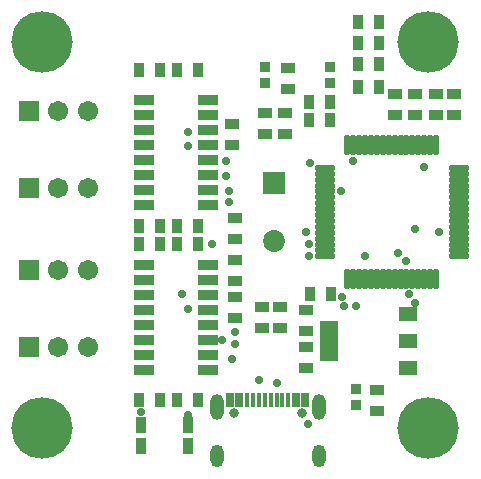
<source format=gts>
G04*
G04 #@! TF.GenerationSoftware,Altium Limited,Altium Designer,22.9.1 (49)*
G04*
G04 Layer_Color=8388736*
%FSLAX44Y44*%
%MOMM*%
G71*
G04*
G04 #@! TF.SameCoordinates,C6527EDA-D87B-4D04-AF07-29C5A3CB862A*
G04*
G04*
G04 #@! TF.FilePolarity,Negative*
G04*
G01*
G75*
%ADD24R,0.9032X0.8532*%
%ADD25R,1.1430X0.9652*%
G04:AMPARAMS|DCode=26|XSize=1.7632mm|YSize=0.4832mm|CornerRadius=0.1366mm|HoleSize=0mm|Usage=FLASHONLY|Rotation=0.000|XOffset=0mm|YOffset=0mm|HoleType=Round|Shape=RoundedRectangle|*
%AMROUNDEDRECTD26*
21,1,1.7632,0.2100,0,0,0.0*
21,1,1.4900,0.4832,0,0,0.0*
1,1,0.2732,0.7450,-0.1050*
1,1,0.2732,-0.7450,-0.1050*
1,1,0.2732,-0.7450,0.1050*
1,1,0.2732,0.7450,0.1050*
%
%ADD26ROUNDEDRECTD26*%
%ADD27R,0.9632X1.4732*%
%ADD28R,0.9652X1.1430*%
G04:AMPARAMS|DCode=29|XSize=1.7632mm|YSize=0.4832mm|CornerRadius=0.1366mm|HoleSize=0mm|Usage=FLASHONLY|Rotation=90.000|XOffset=0mm|YOffset=0mm|HoleType=Round|Shape=RoundedRectangle|*
%AMROUNDEDRECTD29*
21,1,1.7632,0.2100,0,0,90.0*
21,1,1.4900,0.4832,0,0,90.0*
1,1,0.2732,0.1050,0.7450*
1,1,0.2732,0.1050,-0.7450*
1,1,0.2732,-0.1050,-0.7450*
1,1,0.2732,-0.1050,0.7450*
%
%ADD29ROUNDEDRECTD29*%
%ADD30R,1.5532X1.1532*%
%ADD31R,1.5532X3.4532*%
%ADD32R,1.7282X0.8532*%
%ADD33R,0.7000X1.2400*%
%ADD34R,0.4000X1.2400*%
%ADD35C,1.8542*%
%ADD36R,1.8542X1.8542*%
%ADD37R,1.7112X1.7112*%
%ADD38C,1.7112*%
%ADD39C,5.2032*%
%ADD40O,1.1032X1.9032*%
%ADD41O,1.1032X2.2032*%
%ADD42C,0.8032*%
%ADD43C,0.7032*%
D24*
X575000Y1141750D02*
D03*
Y1128250D02*
D03*
X630000Y1141750D02*
D03*
Y1128250D02*
D03*
X652500Y855750D02*
D03*
Y869250D02*
D03*
D25*
X595000Y1123610D02*
D03*
Y1141390D02*
D03*
X587500Y938890D02*
D03*
X670000Y851110D02*
D03*
Y868890D02*
D03*
X610000Y887500D02*
D03*
Y905280D02*
D03*
X610000Y936390D02*
D03*
Y918610D02*
D03*
X550000Y930000D02*
D03*
Y947780D02*
D03*
X550000Y961110D02*
D03*
Y978890D02*
D03*
X575000Y1085000D02*
D03*
Y1102780D02*
D03*
X550000Y996110D02*
D03*
Y1013890D02*
D03*
X592500Y1085000D02*
D03*
Y1102780D02*
D03*
X572500Y938890D02*
D03*
Y921110D02*
D03*
X587500D02*
D03*
X547500Y1093890D02*
D03*
Y1076110D02*
D03*
X685000Y1118890D02*
D03*
Y1101110D02*
D03*
X702500Y1118890D02*
D03*
Y1101110D02*
D03*
X720000Y1118890D02*
D03*
Y1101110D02*
D03*
X735000Y1118890D02*
D03*
Y1101110D02*
D03*
D26*
X625700Y1021800D02*
D03*
Y1056800D02*
D03*
Y1051800D02*
D03*
Y1046800D02*
D03*
Y1041800D02*
D03*
Y1036800D02*
D03*
Y1031800D02*
D03*
Y1026800D02*
D03*
Y1016800D02*
D03*
Y1011800D02*
D03*
Y1006800D02*
D03*
Y1001800D02*
D03*
Y996800D02*
D03*
Y991800D02*
D03*
Y986800D02*
D03*
Y981800D02*
D03*
X739300D02*
D03*
Y986800D02*
D03*
Y991800D02*
D03*
Y996800D02*
D03*
Y1001800D02*
D03*
Y1006800D02*
D03*
Y1011800D02*
D03*
Y1016800D02*
D03*
Y1021800D02*
D03*
Y1026800D02*
D03*
Y1031800D02*
D03*
Y1036800D02*
D03*
Y1041800D02*
D03*
Y1046800D02*
D03*
Y1051800D02*
D03*
Y1056800D02*
D03*
D27*
X510000Y821100D02*
D03*
Y838900D02*
D03*
X470000Y821100D02*
D03*
Y838900D02*
D03*
D28*
X671310Y1180000D02*
D03*
X653530D02*
D03*
X671310Y1125000D02*
D03*
X653530D02*
D03*
X671310Y1145000D02*
D03*
X653530D02*
D03*
X671310Y1162500D02*
D03*
X653530D02*
D03*
X612220Y1112500D02*
D03*
X630000Y1112500D02*
D03*
X612220Y1097500D02*
D03*
X630000Y1097500D02*
D03*
X613610Y950000D02*
D03*
X631390D02*
D03*
X518890Y1007500D02*
D03*
X501110D02*
D03*
X518890Y992500D02*
D03*
X501110D02*
D03*
X486390Y1007500D02*
D03*
X468610D02*
D03*
X486390Y992500D02*
D03*
X468610D02*
D03*
X501110Y860000D02*
D03*
X518890D02*
D03*
X468610Y1140000D02*
D03*
X486390D02*
D03*
X518890Y1140000D02*
D03*
X501110D02*
D03*
X486390Y860000D02*
D03*
X468610D02*
D03*
D29*
X645000Y962500D02*
D03*
X650000D02*
D03*
X655000D02*
D03*
X660000D02*
D03*
X665000D02*
D03*
X670000D02*
D03*
X675000D02*
D03*
X680000D02*
D03*
X685000D02*
D03*
X690000D02*
D03*
X695000D02*
D03*
X700000D02*
D03*
X705000D02*
D03*
X710000D02*
D03*
X715000D02*
D03*
X720000D02*
D03*
Y1076100D02*
D03*
X715000D02*
D03*
X710000D02*
D03*
X705000D02*
D03*
X700000D02*
D03*
X695000D02*
D03*
X690000D02*
D03*
X685000D02*
D03*
X680000D02*
D03*
X675000D02*
D03*
X670000D02*
D03*
X665000D02*
D03*
X660000D02*
D03*
X655000D02*
D03*
X650000D02*
D03*
X645000D02*
D03*
D30*
X696000Y887000D02*
D03*
Y910000D02*
D03*
Y933000D02*
D03*
D31*
X629000Y910000D02*
D03*
D32*
X472880Y1114450D02*
D03*
Y1101750D02*
D03*
Y1089050D02*
D03*
Y1076350D02*
D03*
Y1063650D02*
D03*
Y1050950D02*
D03*
Y1038250D02*
D03*
Y1025550D02*
D03*
X527120D02*
D03*
Y1038250D02*
D03*
Y1050950D02*
D03*
Y1063650D02*
D03*
Y1076350D02*
D03*
Y1089050D02*
D03*
Y1101750D02*
D03*
Y1114450D02*
D03*
X472880Y974450D02*
D03*
Y961750D02*
D03*
Y949050D02*
D03*
Y936350D02*
D03*
Y923650D02*
D03*
Y910950D02*
D03*
Y898250D02*
D03*
Y885550D02*
D03*
X527120D02*
D03*
Y898250D02*
D03*
Y910950D02*
D03*
Y923650D02*
D03*
Y936350D02*
D03*
Y949050D02*
D03*
Y961750D02*
D03*
Y974450D02*
D03*
D33*
X609500Y860000D02*
D03*
X601500D02*
D03*
X553500D02*
D03*
X545500D02*
D03*
D34*
X595000D02*
D03*
X590000D02*
D03*
X585000D02*
D03*
X580000Y860000D02*
D03*
X560000Y860000D02*
D03*
X565000D02*
D03*
X570000D02*
D03*
X575000Y860000D02*
D03*
D35*
X582500Y995000D02*
D03*
D36*
Y1043800D02*
D03*
D37*
X375000Y905000D02*
D03*
Y970000D02*
D03*
Y1040000D02*
D03*
X375000Y1105000D02*
D03*
D38*
X400000Y905000D02*
D03*
X425000D02*
D03*
X400000Y970000D02*
D03*
X425000D02*
D03*
X400000Y1040000D02*
D03*
X425000D02*
D03*
X400000Y1105000D02*
D03*
X425000D02*
D03*
D39*
X713443Y836557D02*
D03*
X713443Y1163443D02*
D03*
X386557Y1163443D02*
D03*
X386557Y836557D02*
D03*
D40*
X620750Y812500D02*
D03*
X534250D02*
D03*
D41*
X620750Y854200D02*
D03*
X534250D02*
D03*
D42*
X606400Y849300D02*
D03*
X548600D02*
D03*
D43*
X570000Y877500D02*
D03*
X613486Y1060767D02*
D03*
X687500Y985000D02*
D03*
X612500Y992500D02*
D03*
X610000Y1002500D02*
D03*
X697500Y950000D02*
D03*
X695000Y977500D02*
D03*
X702500Y1005000D02*
D03*
X612500Y982500D02*
D03*
X639300Y1036800D02*
D03*
X650000Y1062500D02*
D03*
X611230Y840071D02*
D03*
X510000Y847500D02*
D03*
X470000Y850000D02*
D03*
X585000Y875000D02*
D03*
X530000Y992500D02*
D03*
X660000Y982500D02*
D03*
X550000Y907500D02*
D03*
Y917500D02*
D03*
X539050Y910950D02*
D03*
X547500Y895000D02*
D03*
X702500Y942500D02*
D03*
X642500Y940000D02*
D03*
X640000Y947500D02*
D03*
X652500Y940000D02*
D03*
X722500Y1002500D02*
D03*
X710000Y1057500D02*
D03*
X545000Y1037500D02*
D03*
Y1027500D02*
D03*
X542500Y1050000D02*
D03*
Y1062500D02*
D03*
X510000Y1075000D02*
D03*
Y1087500D02*
D03*
X505000Y950000D02*
D03*
X510000Y937500D02*
D03*
M02*

</source>
